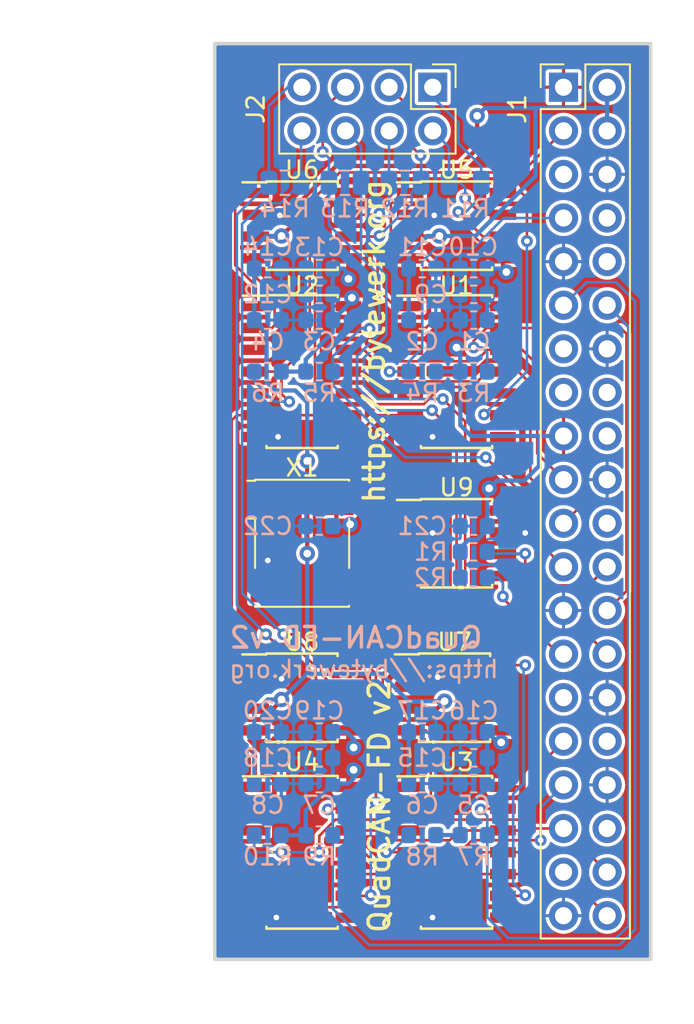
<source format=kicad_pcb>
(kicad_pcb (version 20240108) (generator "pcbnew") (generator_version "8.0")
  (layers (0 "F.Cu" signal) (31 "B.Cu" signal) (34 "B.Paste" user) (35 "F.Paste" user) (36 "B.SilkS" user "B.Silkscreen") (37 "F.SilkS" user "F.Silkscreen") (38 "B.Mask" user) (39 "F.Mask" user) (44 "Edge.Cuts" user))
  (net 0 "")
  (net 1 "GND")
  (net 2 "+3V3")
  (net 3 "+5V")
  (net 4 "MCP1_INT")
  (net 5 "SPI1_CS1")
  (net 6 "MCP3_INT")
  (net 7 "SPI1_CS0")
  (net 8 "SPI0_MOSI")
  (net 9 "SPI0_MISO")
  (net 10 "SPI0_SCK")
  (net 11 "SPI0_CS1")
  (net 12 "SPI0_CS0")
  (net 13 "MCP2_INT")
  (net 14 "MCP0_INT")
  (net 15 "SPI1_MISO")
  (net 16 "SPI1_MOSI")
  (net 17 "SPI1_SCK")
  (net 18 "CAN0_L")
  (net 19 "CAN1_L")
  (net 20 "CAN2_L")
  (net 21 "CAN3_L")
  (net 22 "CAN3_H")
  (net 23 "CAN2_H")
  (net 24 "CAN1_H")
  (net 25 "CAN0_H")
  (net 26 "Net-(U1-Pad1)")
  (net 27 "Net-(U1-Pad2)")
  (net 28 "CLK-20MHz")
  (net 29 "Net-(U2-Pad2)")
  (net 30 "Net-(U2-Pad1)")
  (net 31 "Net-(U3-Pad1)")
  (net 32 "Net-(U3-Pad2)")
  (net 33 "Net-(U4-Pad2)")
  (net 34 "Net-(U4-Pad1)")
  (net 35 "Net-(U1-Pad3)")
  (net 36 "Net-(U1-Pad5)")
  (net 37 "Net-(U1-Pad8)")
  (net 38 "Net-(U1-Pad9)")
  (net 39 "Net-(U2-Pad9)")
  (net 40 "Net-(U2-Pad8)")
  (net 41 "Net-(U2-Pad5)")
  (net 42 "Net-(U2-Pad3)")
  (net 43 "Net-(U3-Pad3)")
  (net 44 "Net-(U3-Pad5)")
  (net 45 "Net-(U3-Pad8)")
  (net 46 "Net-(U3-Pad9)")
  (net 47 "Net-(U4-Pad9)")
  (net 48 "Net-(U4-Pad8)")
  (net 49 "Net-(U4-Pad5)")
  (net 50 "Net-(U4-Pad3)")
  (net 51 "Net-(X1-Pad1)")
  (net 52 "Net-(J1-Pad5)")
  (net 53 "Net-(J1-Pad8)")
  (net 54 "Net-(J1-Pad10)")
  (net 55 "Net-(J1-Pad13)")
  (net 56 "Net-(J1-Pad15)")
  (net 57 "Net-(J1-Pad16)")
  (net 58 "Net-(J1-Pad22)")
  (net 59 "Net-(J1-Pad29)")
  (net 60 "Net-(J1-Pad32)")
  (net 61 "Net-(J1-Pad36)")
  (net 62 "Net-(J1-Pad37)")
  (net 63 "Net-(J1-Pad18)")
  (net 64 "ID_SD")
  (net 65 "ID_SC")
  (footprint "Connector_PinHeader_2.54mm:PinHeader_2x04_P2.54mm_Vertical" (layer "F.Cu") (at 93.98 25.4 -90)
    (property "Reference" "J2")
    (property "Value" "Conn_02x04_Odd_Even")
  )
  (footprint "Package_SO:SOIC-14_3.9x8.7mm_P1.27mm" (layer "F.Cu") (at 86.3675 41.965)
    (property "Reference" "U2")
    (property "Value" "MCP2517FD-xSL")
  )
  (footprint "Connector_PinHeader_2.54mm:PinHeader_2x20_P2.54mm_Vertical" (layer "F.Cu") (at 101.6 25.4)
    (property "Reference" "J1")
    (property "Value" "Raspberry_Pi_2_3")
  )
  (footprint "Package_SO:SOIC-14_3.9x8.7mm_P1.27mm" (layer "F.Cu") (at 95.3675 41.965)
    (property "Reference" "U1")
    (property "Value" "MCP2517FD-xSL")
  )
  (footprint "Package_SO:SOIC-14_3.9x8.7mm_P1.27mm" (layer "F.Cu") (at 95.3675 69.965)
    (property "Reference" "U3")
    (property "Value" "MCP2517FD-xSL")
  )
  (footprint "Package_SO:SOIC-14_3.9x8.7mm_P1.27mm" (layer "F.Cu") (at 86.3675 69.965)
    (property "Reference" "U4")
    (property "Value" "MCP2517FD-xSL")
  )
  (footprint "Package_SO:SOIC-8_3.9x4.9mm_P1.27mm" (layer "F.Cu") (at 95.3675 33.465)
    (property "Reference" "U5")
    (property "Value" "TJA1049T-3")
  )
  (footprint "Package_SO:SOIC-8_3.9x4.9mm_P1.27mm" (layer "F.Cu") (at 86.3675 33.465)
    (property "Reference" "U6")
    (property "Value" "TJA1049T-3")
  )
  (footprint "Package_SO:SOIC-8_3.9x4.9mm_P1.27mm" (layer "F.Cu") (at 95.25 60.96)
    (property "Reference" "U7")
    (property "Value" "TJA1049T-3")
  )
  (footprint "Package_SO:SOIC-8_3.9x4.9mm_P1.27mm" (layer "F.Cu") (at 86.36 60.965)
    (property "Reference" "U8")
    (property "Value" "TJA1049T-3")
  )
  (footprint "Oscillator:Oscillator_SMD_Abracon_ASV-4Pin_7.0x5.1mm" (layer "F.Cu") (at 86.3675 51.965 -90)
    (property "Reference" "X1")
    (property "Value" "ASV-20MHz")
  )
  (footprint "Package_SO:SOIC-8_3.9x4.9mm_P1.27mm" (layer "F.Cu") (at 95.3675 51.965)
    (property "Reference" "U9")
    (property "Value" "AT24CS32-SSHM")
  )
  (footprint "Capacitor_SMD:C_0603_1608Metric" (layer "B.Cu") (at 96.3675 38.965 180)
    (property "Reference" "C1")
    (property "Value" "1uF")
  )
  (footprint "Capacitor_SMD:C_0603_1608Metric" (layer "B.Cu") (at 93.3675 38.965)
    (property "Reference" "C2")
    (property "Value" "1uF")
  )
  (footprint "Capacitor_SMD:C_0603_1608Metric" (layer "B.Cu") (at 84.3675 38.965)
    (property "Reference" "C4")
    (property "Value" "1uF")
  )
  (footprint "Capacitor_SMD:C_0603_1608Metric" (layer "B.Cu") (at 96.3675 65.965 180)
    (property "Reference" "C5")
    (property "Value" "1uF")
  )
  (footprint "Capacitor_SMD:C_0603_1608Metric" (layer "B.Cu") (at 93.3675 65.965)
    (property "Reference" "C6")
    (property "Value" "1uF")
  )
  (footprint "Capacitor_SMD:C_0603_1608Metric" (layer "B.Cu") (at 87.3675 65.965 180)
    (property "Reference" "C7")
    (property "Value" "1uF")
  )
  (footprint "Capacitor_SMD:C_0603_1608Metric" (layer "B.Cu") (at 84.3675 65.965)
    (property "Reference" "C8")
    (property "Value" "1uF")
  )
  (footprint "Capacitor_SMD:C_0603_1608Metric" (layer "B.Cu") (at 96.3675 35.965 180)
    (property "Reference" "C10")
    (property "Value" "100nF")
  )
  (footprint "Capacitor_SMD:C_0603_1608Metric" (layer "B.Cu") (at 93.3675 35.965)
    (property "Reference" "C11")
    (property "Value" "100nF")
  )
  (footprint "Capacitor_SMD:C_0603_1608Metric" (layer "B.Cu") (at 87.3675 37.465 180)
    (property "Reference" "C12")
    (property "Value" "100nF")
  )
  (footprint "Capacitor_SMD:C_0603_1608Metric" (layer "B.Cu") (at 96.3675 64.465 180)
    (property "Reference" "C15")
    (property "Value" "100nF")
  )
  (footprint "Capacitor_SMD:C_0603_1608Metric" (layer "B.Cu") (at 96.3675 62.965 180)
    (property "Reference" "C16")
    (property "Value" "100nF")
  )
  (footprint "Capacitor_SMD:C_0603_1608Metric" (layer "B.Cu") (at 93.3675 62.965)
    (property "Reference" "C17")
    (property "Value" "100nF")
  )
  (footprint "Capacitor_SMD:C_0603_1608Metric" (layer "B.Cu") (at 87.3675 64.465 180)
    (property "Reference" "C18")
    (property "Value" "100nF")
  )
  (footprint "Capacitor_SMD:C_0603_1608Metric" (layer "B.Cu") (at 87.3675 62.965 180)
    (property "Reference" "C19")
    (property "Value" "100nF")
  )
  (footprint "Capacitor_SMD:C_0603_1608Metric" (layer "B.Cu") (at 84.3675 62.965)
    (property "Reference" "C20")
    (property "Value" "100nF")
  )
  (footprint "Resistor_SMD:R_0603_1608Metric" (layer "B.Cu") (at 96.3675 52.465)
    (property "Reference" "R1")
    (property "Value" "3K9")
  )
  (footprint "Resistor_SMD:R_0603_1608Metric" (layer "B.Cu") (at 96.3675 53.965)
    (property "Reference" "R2")
    (property "Value" "3K9")
  )
  (footprint "Resistor_SMD:R_0603_1608Metric" (layer "B.Cu") (at 93.3675 41.965 180)
    (property "Reference" "R4")
    (property "Value" "10K")
  )
  (footprint "Resistor_SMD:R_0603_1608Metric" (layer "B.Cu") (at 96.3675 41.965)
    (property "Reference" "R3")
    (property "Value" "10K")
  )
  (footprint "Capacitor_SMD:C_0603_1608Metric" (layer "B.Cu") (at 87.3675 38.965 180)
    (property "Reference" "C3")
    (property "Value" "1uF")
  )
  (footprint "Capacitor_SMD:C_0603_1608Metric" (layer "B.Cu") (at 84.3675 35.965)
    (property "Reference" "C14")
    (property "Value" "100nF")
  )
  (footprint "Resistor_SMD:R_0603_1608Metric" (layer "B.Cu") (at 84.3675 68.965 180)
    (property "Reference" "R10")
    (property "Value" "10K")
  )
  (footprint "Resistor_SMD:R_0603_1608Metric" (layer "B.Cu") (at 87.3675 68.965)
    (property "Reference" "R9")
    (property "Value" "10K")
  )
  (footprint "Resistor_SMD:R_0603_1608Metric" (layer "B.Cu") (at 93.3675 68.965 180)
    (property "Reference" "R8")
    (property "Value" "10K")
  )
  (footprint "Resistor_SMD:R_0603_1608Metric" (layer "B.Cu") (at 96.3675 68.965)
    (property "Reference" "R7")
    (property "Value" "10K")
  )
  (footprint "Resistor_SMD:R_0603_1608Metric" (layer "B.Cu") (at 84.3675 41.965 180)
    (property "Reference" "R6")
    (property "Value" "10K")
  )
  (footprint "Resistor_SMD:R_0603_1608Metric" (layer "B.Cu") (at 87.3675 41.965)
    (property "Reference" "R5")
    (property "Value" "10K")
  )
  (footprint "Capacitor_SMD:C_0805_2012Metric" (layer "B.Cu") (at 85.3675 30.965 180)
    (property "Reference" "R14")
    (property "Value" "dnp")
  )
  (footprint "Capacitor_SMD:C_0805_2012Metric" (layer "B.Cu") (at 95.8675 30.965)
    (property "Reference" "R11")
    (property "Value" "dnp")
  )
  (footprint "Capacitor_SMD:C_0805_2012Metric" (layer "B.Cu") (at 88.8675 30.965 180)
    (property "Reference" "R13")
    (property "Value" "dnp")
  )
  (footprint "Capacitor_SMD:C_0805_2012Metric" (layer "B.Cu") (at 92.3675 30.965)
    (property "Reference" "R12")
    (property "Value" "dnp")
  )
  (footprint "Capacitor_SMD:C_0603_1608Metric" (layer "B.Cu") (at 87.3675 50.965 180)
    (property "Reference" "C22")
    (property "Value" "100nF")
  )
  (footprint "Capacitor_SMD:C_0603_1608Metric" (layer "B.Cu") (at 96.3675 37.465 180)
    (property "Reference" "C9")
    (property "Value" "100nF")
  )
  (footprint "Capacitor_SMD:C_0603_1608Metric" (layer "B.Cu") (at 96.3675 50.965 180)
    (property "Reference" "C21")
    (property "Value" "100nF")
  )
  (footprint "Capacitor_SMD:C_0603_1608Metric" (layer "B.Cu") (at 87.3675 35.965 180)
    (property "Reference" "C13")
    (property "Value" "100nF")
  )
  (gr_line (start 106.68 22.86) (end 106.68 76.2) (stroke (width 0.2)) (layer "Edge.Cuts"))
  (gr_line (start 106.68 76.2) (end 81.28 76.2) (stroke (width 0.2)) (layer "Edge.Cuts"))
  (gr_line (start 81.28 22.86) (end 106.68 22.86) (stroke (width 0.2)) (layer "Edge.Cuts"))
  (gr_line (start 81.28 76.2) (end 81.28 22.86) (stroke (width 0.2)) (layer "Edge.Cuts"))
  (gr_text "https://bytewerk.org" (at 82.0325 59.301 0) (layer "B.SilkS") (effects (font (size 1 1)) (justify right mirror)))
  (gr_text "QuadCAN-FD v2" (at 82.0325 57.465 0) (layer "B.SilkS") (effects (font (size 1.2 1.2) (thickness 0.2)) (justify right mirror)))
  (gr_text "QuadCAN-FD v2" (at 90.8675 74.765 90) (layer "F.SilkS") (effects (font (size 1.2 1.2) (thickness 0.2)) (justify left)))
  (gr_text " https://bytewerk.org" (at 90.5675 30.665 90) (layer "F.SilkS") (effects (font (size 1.2 1.2) (thickness 0.2)) (justify right)))
  (segment (start 94.0325 32.83) (end 94.0675 32.865) (width 0.1524) (layer "F.Cu") (net 1))
  (segment (start 92.6675 45.775) (end 93.9575 45.775) (width 0.1524) (layer "F.Cu") (net 1))
  (segment (start 93.9325 51.33) (end 93.9675 51.365) (width 0.1524) (layer "F.Cu") (net 1))
  (segment (start 92.6675 32.83) (end 94.0325 32.83) (width 0.1524) (layer "F.Cu") (net 1))
  (segment (start 93.957506 73.775) (end 93.9675 73.765006) (width 0.1524) (layer "F.Cu") (net 1))
  (segment (start 93.9575 45.775) (end 93.9675 45.765) (width 0.1524) (layer "F.Cu") (net 1))
  (segment (start 92.6675 53.87) (end 92.6675 52.6) (width 0.1524) (layer "F.Cu") (net 1))
  (segment (start 92.6675 51.33) (end 93.9325 51.33) (width 0.1524) (layer "F.Cu") (net 1))
  (segment (start 99.3325 51.33) (end 99.3675 51.365) (width 0.1524) (layer "F.Cu") (net 1))
  (segment (start 84.7025 60.33) (end 85.1675 59.865) (width 0.1524) (layer "F.Cu") (net 1))
  (segment (start 92.55 60.325) (end 93.7075 60.325) (width 0.1524) (layer "F.Cu") (net 1))
  (segment (start 85.0325 32.83) (end 85.0675 32.865) (width 0.1524) (layer "F.Cu") (net 1))
  (segment (start 92.6675 52.6) (end 92.6675 51.33) (width 0.1524) (layer "F.Cu") (net 1))
  (segment (start 98.0675 51.33) (end 99.3325 51.33) (width 0.1524) (layer "F.Cu") (net 1))
  (segment (start 92.6675 51.33) (end 92.6675 50.06) (width 0.1524) (layer "F.Cu") (net 1))
  (segment (start 84.9575 45.775) (end 84.9675 45.765) (width 0.1524) (layer "F.Cu") (net 1))
  (segment (start 92.6675 73.775) (end 93.957506 73.775) (width 0.1524) (layer "F.Cu") (net 1))
  (segment (start 83.6675 32.83) (end 85.0325 32.83) (width 0.1524) (layer "F.Cu") (net 1))
  (segment (start 84.3675 54.505) (end 84.3675 52.965) (width 0.1524) (layer "F.Cu") (net 1))
  (segment (start 83.6675 45.775) (end 84.9575 45.775) (width 0.1524) (layer "F.Cu") (net 1))
  (segment (start 84.857488 73.775) (end 84.8675 73.764988) (width 0.1524) (layer "F.Cu") (net 1))
  (segment (start 83.6675 73.775) (end 84.857488 73.775) (width 0.1524) (layer "F.Cu") (net 1))
  (segment (start 83.66 60.33) (end 84.7025 60.33) (width 0.1524) (layer "F.Cu") (net 1))
  (segment (start 93.7075 60.325) (end 94.2675 59.765) (width 0.1524) (layer "F.Cu") (net 1))
  (via (at 93.9675 51.365) (size 0.6858) (drill 0.3302) (layers "F.Cu" "B.Cu") (net 1))
  (via (at 84.3675 52.965) (size 0.6858) (drill 0.3302) (layers "F.Cu" "B.Cu") (net 1))
  (via (at 94.0675 32.865) (size 0.6858) (drill 0.3302) (layers "F.Cu" "B.Cu") (net 1))
  (via (at 94.2675 59.765) (size 0.6858) (drill 0.3302) (layers "F.Cu" "B.Cu") (net 1))
  (via (at 84.9675 45.765) (size 0.6858) (drill 0.3302) (layers "F.Cu" "B.Cu") (net 1))
  (via (at 85.0675 32.865) (size 0.6858) (drill 0.3302) (layers "F.Cu" "B.Cu") (net 1))
  (via (at 84.8675 73.764988) (size 0.6858) (drill 0.3302) (layers "F.Cu" "B.Cu") (net 1))
  (via (at 99.3675 51.365) (size 0.6858) (drill 0.3302) (layers "F.Cu" "B.Cu") (net 1))
  (via (at 93.9675 45.765) (size 0.6858) (drill 0.3302) (layers "F.Cu" "B.Cu") (net 1))
  (via (at 93.9675 73.765006) (size 0.6858) (drill 0.3302) (layers "F.Cu" "B.Cu") (net 1))
  (via (at 85.1675 59.865) (size 0.6858) (drill 0.3302) (layers "F.Cu" "B.Cu") (net 1))
  (segment (start 95.58 64.465) (end 95.58 62.965) (width 0.1524) (layer "B.Cu") (net 1))
  (segment (start 86.58 62.965) (end 86.58 64.465) (width 0.1524) (layer "B.Cu") (net 1))
  (segment (start 95.58 35.965) (end 94.155 35.965) (width 0.1524) (layer "B.Cu") (net 1))
  (segment (start 86.58 64.465) (end 86.58 65.965) (width 0.1524) (layer "B.Cu") (net 1))
  (segment (start 85.155 62.965) (end 86.58 62.965) (width 0.1524) (layer "B.Cu") (net 1))
  (segment (start 95.58 38.965) (end 95.58 37.465) (width 0.1524) (layer "B.Cu") (net 1))
  (segment (start 95.58 62.965) (end 94.155 62.965) (width 0.1524) (layer "B.Cu") (net 1))
  (segment (start 94.155 65.965) (end 95.58 65.965) (width 0.1524) (layer "B.Cu") (net 1))
  (segment (start 86.58 38.965) (end 85.155 38.965) (width 0.1524) (layer "B.Cu") (net 1))
  (segment (start 86.58 37.465) (end 86.58 38.965) (width 0.1524) (layer "B.Cu") (net 1))
  (segment (start 86.58 65.965) (end 85.155 65.965) (width 0.1524) (layer "B.Cu") (net 1))
  (segment (start 95.58 38.965) (end 94.155 38.965) (width 0.1524) (layer "B.Cu") (net 1))
  (segment (start 95.58 37.465) (end 95.58 35.965) (width 0.1524) (layer "B.Cu") (net 1))
  (segment (start 86.58 35.965) (end 86.58 37.465) (width 0.1524) (layer "B.Cu") (net 1))
  (segment (start 86.58 35.965) (end 85.155 35.965) (width 0.1524) (layer "B.Cu") (net 1))
  (segment (start 95.58 65.965) (end 95.58 64.465) (width 0.1524) (layer "B.Cu") (net 1))
  (segment (start 98.0675 50.06) (end 98.0675 49.51) (width 0.25) (layer "F.Cu") (net 2))
  (segment (start 89.0675 66.155) (end 89.0675 65.465) (width 0.25) (layer "F.Cu") (net 2))
  (segment (start 89.0775 38.155) (end 89.2675 37.965) (width 0.25) (layer "F.Cu") (net 2))
  (segment (start 98.0675 49.51) (end 97.3225 48.765) (width 0.25) (layer "F.Cu") (net 2))
  (segment (start 89.0675 35.37) (end 89.0675 36.565) (width 0.25) (layer "F.Cu") (net 2))
  (segment (start 89.2675 37.965) (end 89.2675 37.665) (width 0.25) (layer "F.Cu") (net 2))
  (segment (start 97.3225 48.765) (end 97.2675 48.765) (width 0.25) (layer "F.Cu") (net 2))
  (segment (start 89.0675 38.155) (end 89.0775 38.155) (width 0.25) (layer "F.Cu") (net 2))
  (segment (start 88.6575 50.865) (end 89.1675 50.865) (width 0.25) (layer "F.Cu") (net 2))
  (segment (start 98.0675 35.965) (end 98.2675 36.165) (width 0.25) (layer "F.Cu") (net 2))
  (segment (start 97.95 63.5475) (end 97.9675 63.565) (width 0.25) (layer "F.Cu") (net 2))
  (segment (start 98.0675 35.37) (end 98.0675 35.965) (width 0.25) (layer "F.Cu") (net 2))
  (segment (start 89.0675 65.465) (end 89.3675 65.165) (width 0.25) (layer "F.Cu") (net 2))
  (segment (start 88.3675 50.575) (end 88.6575 50.865) (width 0.25) (layer "F.Cu") (net 2))
  (segment (start 97.95 62.865) (end 97.95 63.5475) (width 0.25) (layer "F.Cu") (net 2))
  (segment (start 88.3675 49.425) (end 88.3675 50.575) (width 0.25) (layer "F.Cu") (net 2))
  (segment (start 89.06 62.87) (end 89.06 63.5575) (width 0.25) (layer "F.Cu") (net 2))
  (segment (start 89.06 63.5575) (end 89.3675 63.865) (width 0.25) (layer "F.Cu") (net 2))
  (via (at 89.0675 36.565) (size 0.9) (drill 0.45) (layers "F.Cu" "B.Cu") (net 2))
  (via (at 89.3675 63.865) (size 0.9) (drill 0.45) (layers "F.Cu" "B.Cu") (net 2))
  (via (at 89.1675 50.865) (size 0.9) (drill 0.45) (layers "F.Cu" "B.Cu") (net 2))
  (via (at 95.3675 40.565) (size 0.9) (drill 0.45) (layers "F.Cu" "B.Cu") (net 2))
  (via (at 97.9675 63.565) (size 0.9) (drill 0.45) (layers "F.Cu" "B.Cu") (net 2))
  (via (at 89.3675 65.165) (size 0.9) (drill 0.45) (layers "F.Cu" "B.Cu") (net 2))
  (via (at 98.2675 36.165) (size 0.9) (drill 0.45) (layers "F.Cu" "B.Cu") (net 2))
  (via (at 89.2675 37.665) (size 0.9) (drill 0.45) (layers "F.Cu" "B.Cu") (net 2))
  (via (at 97.2675 48.765) (size 0.9) (drill 0.45) (layers "F.Cu" "B.Cu") (net 2))
  (segment (start 100.1675 47.465) (end 100.1675 45.72) (width 0.25) (layer "B.Cu") (net 2))
  (segment (start 89.0675 65.965) (end 89.3675 65.665) (width 0.25) (layer "B.Cu") (net 2))
  (segment (start 95.58 52.2525) (end 95.58 52.465) (width 0.25) (layer "B.Cu") (net 2))
  (segment (start 88.155 38.965) (end 88.155 37.465) (width 0.25) (layer "B.Cu") (net 2))
  (segment (start 88.9675 62.965) (end 89.3675 63.365) (width 0.25) (layer "B.Cu") (net 2))
  (segment (start 95.587795 42.547795) (end 95.58 42.54) (width 0.25) (layer "B.Cu") (net 2))
  (segment (start 88.155 38.965) (end 88.155 39.6775) (width 0.25) (layer "B.Cu") (net 2))
  (segment (start 95.58 68.965) (end 95.58 67.7525) (width 0.25) (layer "B.Cu") (net 2))
  (segment (start 95.58 52.465) (end 95.58 53.965) (width 0.25) (layer "B.Cu") (net 2))
  (segment (start 97.155 51.1775) (end 96.58 51.7525) (width 0.25) (layer "B.Cu") (net 2))
  (segment (start 89.3675 65.665) (end 89.3675 65.165) (width 0.25) (layer "B.Cu") (net 2))
  (segment (start 86.58 41.2525) (end 86.58 41.965) (width 0.25) (layer "B.Cu") (net 2))
  (segment (start 95.58 68.965) (end 94.155 68.965) (width 0.25) (layer "B.Cu") (net 2))
  (segment (start 97.155 62.965) (end 97.755 63.565) (width 0.25) (layer "B.Cu") (net 2))
  (segment (start 95.587795 45.085295) (end 95.587795 42.547795) (width 0.25) (layer "B.Cu") (net 2))
  (segment (start 95.58 42.54) (end 95.58 41.965) (width 0.25) (layer "B.Cu") (net 2))
  (segment (start 89.0675 36.265) (end 89.0675 36.565) (width 0.25) (layer "B.Cu") (net 2))
  (segment (start 95.58 67.7525) (end 97.155 66.1775) (width 0.25) (layer "B.Cu") (net 2))
  (segment (start 86.58 67.54) (end 88.155 65.965) (width 0.25) (layer "B.Cu") (net 2))
  (segment (start 96.2225 45.72) (end 95.587795 45.085295) (width 0.25) (layer "B.Cu") (net 2))
  (segment (start 85.155 41.965) (end 86.58 41.965) (width 0.25) (layer "B.Cu") (net 2))
  (segment (start 101.6 45.72) (end 101.6 46.0325) (width 0.25) (layer "B.Cu") (net 2))
  (segment (start 95.58 41.965) (end 94.155 41.965) (width 0.25) (layer "B.Cu") (net 2))
  (segment (start 96.58 51.7525) (end 96.08 51.7525) (width 0.25) (layer "B.Cu") (net 2))
  (segment (start 89.2675 37.8525) (end 89.2675 37.665) (width 0.25) (layer "B.Cu") (net 2))
  (segment (start 97.155 62.965) (end 97.155 64.465) (width 0.25) (layer "B.Cu") (net 2))
  (segment (start 96.08 51.7525) (end 95.58 52.2525) (width 0.25) (layer "B.Cu") (net 2))
  (segment (start 100.1675 45.72) (end 96.2225 45.72) (width 0.25) (layer "B.Cu") (net 2))
  (segment (start 97.155 64.465) (end 97.155 65.965) (width 0.25) (layer "B.Cu") (net 2))
  (segment (start 88.155 38.965) (end 89.2675 37.8525) (width 0.25) (layer "B.Cu") (net 2))
  (segment (start 100.1675 47.465) (end 99.317499 48.315001) (width 0.25) (layer "B.Cu") (net 2))
  (segment (start 88.155 37.465) (end 88.155 35.965) (width 0.25) (layer "B.Cu") (net 2))
  (segment (start 97.755 63.565) (end 97.9675 63.565) (width 0.25) (layer "B.Cu") (net 2))
  (segment (start 97.155 50.965) (end 97.155 51.1775) (width 0.25) (layer "B.Cu") (net 2))
  (segment (start 86.58 68.965) (end 86.58 67.54) (width 0.25) (layer "B.Cu") (net 2))
  (segment (start 88.155 50.965) (end 89.0675 50.965) (width 0.25) (layer "B.Cu") (net 2))
  (segment (start 97.717499 48.315001) (end 97.2675 48.765) (width 0.25) (layer "B.Cu") (net 2))
  (segment (start 98.0675 35.965) (end 98.2675 36.165) (width 0.25) (layer "B.Cu") (net 2))
  (segment (start 97.155 35.965) (end 97.155 37.465) (width 0.25) (layer "B.Cu") (net 2))
  (segment (start 97.155 37.465) (end 97.155 38.965) (width 0.25) (layer "B.Cu") (net 2))
  (segment (start 88.7675 35.965) (end 89.0675 36.265) (width 0.25) (layer "B.Cu") (net 2))
  (segment (start 101.6 45.72) (end 100.1675 45.72) (width 0.25) (layer "B.Cu") (net 2))
  (segment (start 97.155 48.8775) (end 97.2675 48.765) (width 0.25) (layer "B.Cu") (net 2))
  (segment (start 97.155 50.965) (end 97.155 48.8775) (width 0.25) (layer "B.Cu") (net 2))
  (segment (start 88.155 64.465) (end 88.155 62.965) (width 0.25) (layer "B.Cu") (net 2))
  (segment (start 95.58 41.965) (end 95.58 40.7775) (width 0.25) (layer "B.Cu") (net 2))
  (segment (start 88.155 62.965) (end 88.9675 62.965) (width 0.25) (layer "B.Cu") (net 2))
  (segment (start 86.58 68.965) (end 85.155 68.965) (width 0.25) (layer "B.Cu") (net 2))
  (segment (start 88.155 35.965) (end 88.7675 35.965) (width 0.25) (layer "B.Cu") (net 2))
  (segment (start 95.58 40.7775) (end 95.3675 40.565) (width 0.25) (layer "B.Cu") (net 2))
  (segment (start 88.155 39.6775) (end 86.58 41.2525) (width 0.25) (layer "B.Cu") (net 2))
  (segment (start 97.155 35.965) (end 98.0675 35.965) (width 0.25) (layer "B.Cu") (net 2))
  (segment (start 88.155 65.965) (end 88.155 64.465) (width 0.25) (layer "B.Cu") (net 2))
  (segment (start 89.3675 63.365) (end 89.3675 63.865) (width 0.25) (layer "B.Cu") (net 2))
  (segment (start 88.155 65.965) (end 89.0675 65.965) (width 0.25) (layer "B.Cu") (net 2))
  (segment (start 97.155 66.1775) (end 97.155 65.965) (width 0.25) (layer "B.Cu") (net 2))
  (segment (start 99.317499 48.315001) (end 97.717499 48.315001) (width 0.25) (layer "B.Cu") (net 2))
  (segment (start 89.0675 50.965) (end 89.1675 50.865) (width 0.25) (layer "B.Cu") (net 2))
  (segment (start 83.66 61.6) (end 84.685 61.6) (width 0.25) (layer "F.Cu") (net 3))
  (segment (start 95.547199 29.985301) (end 96.5675 28.965) (width 0.25) (layer "F.Cu") (net 3))
  (segment (start 86.6675 52.564998) (end 86.667498 52.565) (width 0.25) (layer "F.Cu") (net 3))
  (segment (start 94.3325 34.1) (end 94.3675 34.065) (width 0.25) (layer "F.Cu") (net 3))
  (segment (start 85.687801 32.644699) (end 88.347199 29.985301) (width 0.25) (layer "F.Cu") (net 3))
  (segment (start 85.1675 61.1175) (end 85.1675 61.065) (width 0.25) (layer "F.Cu") (net 3))
  (segment (start 96.5675 28.965) (end 96.5675 27.065) (width 0.25) (layer "F.Cu") (net 3))
  (segment (start 83.6675 34.1) (end 85.1325 34.1) (width 0.25) (layer "F.Cu") (net 3))
  (segment (start 85.1675 34.065) (end 85.687801 33.544699) (width 0.25) (layer "F.Cu") (net 3))
  (segment (start 92.6675 34.1) (end 94.3325 34.1) (width 0.25) (layer "F.Cu") (net 3))
  (segment (start 85.687801 33.544699) (end 85.687801 32.644699) (width 0.25) (layer "F.Cu") (net 3))
  (segment (start 85.1325 34.1) (end 85.1675 34.065) (width 0.25) (layer "F.Cu") (net 3))
  (segment (start 92.55 61.595) (end 94.2375 61.595) (width 0.25) (layer "F.Cu") (net 3))
  (segment (start 88.347199 29.985301) (end 95.547199 29.985301) (width 0.25) (layer "F.Cu") (net 3))
  (segment (start 86.6675 47.165) (end 86.6675 52.564998) (width 0.25) (layer "F.Cu") (net 3))
  (segment (start 94.2375 61.595) (end 94.6675 61.165) (width 0.25) (layer "F.Cu") (net 3))
  (segment (start 84.685 61.6) (end 85.1675 61.1175) (width 0.25) (layer "F.Cu") (net 3))
  (via (at 94.6675 61.165) (size 0.9) (drill 0.45) (layers "F.Cu" "B.Cu") (net 3))
  (via (at 86.6675 47.165) (size 0.9) (drill 0.45) (layers "F.Cu" "B.Cu") (net 3))
  (via (at 96.5675 27.065) (size 0.9) (drill 0.45) (layers "F.Cu" "B.Cu") (net 3))
  (via (at 94.3675 34.065) (size 0.9) (drill 0.45) (layers "F.Cu" "B.Cu") (net 3))
  (via (at 85.1675 34.065) (size 0.9) (drill 0.45) (layers "F.Cu" "B.Cu") (net 3))
  (via (at 85.1675 61.065) (size 0.9) (drill 0.45) (layers "F.Cu" "B.Cu") (net 3))
  (via (at 86.667498 52.565) (size 0.9) (drill 0.45) (layers "F.Cu" "B.Cu") (net 3))
  (segment (start 83.58 35.965) (end 83.58 38.965) (width 0.25) (layer "B.Cu") (net 3))
  (segment (start 90.9675 59.565) (end 92.5675 61.165) (width 0.25) (layer "B.Cu") (net 3))
  (segment (start 86.667498 59.564998) (end 86.667498 52.565) (width 0.25) (layer "B.Cu") (net 3))
  (segment (start 83.58 38.965) (end 84.29491 39.67991) (width 0.25) (layer "B.Cu") (net 3))
  (segment (start 94.3675 34.065) (end 96.4675 34.065) (width 0.25) (layer "B.Cu") (net 3))
  (segment (start 92.5675 61.165) (end 92.58 61.165) (width 0.25) (layer "B.Cu") (net 3))
  (segment (start 83.58 34.7525) (end 83.58 35.965) (width 0.25) (layer "B.Cu") (net 3))
  (segment (start 86.6675 43.765) (end 86.6675 47.165) (width 0.25) (layer "B.Cu") (net 3))
  (segment (start 85.1675 34.065) (end 84.2675 34.065) (width 0.25) (layer "B.Cu") (net 3))
  (segment (start 104.14 27.94) (end 104.14 26.565) (width 0.25) (layer "B.Cu") (net 3))
  (segment (start 100.2675 26.615001) (end 104.089999 26.615001) (width 0.25) (layer "B.Cu") (net 3))
  (segment (start 97.017499 26.615001) (end 100.2675 26.615001) (width 0.25) (layer "B.Cu") (net 3))
  (segment (start 92.58 61.165) (end 94.6675 61.165) (width 0.25) (layer "B.Cu") (net 3))
  (segment (start 94.3675 34.065) (end 93.6675 34.065) (width 0.25) (layer "B.Cu") (net 3))
  (segment (start 86.6675 59.565) (end 85.1675 61.065) (width 0.25) (layer "B.Cu") (net 3))
  (segment (start 84.2675 34.065) (end 83.58 34.7525) (width 0.25) (layer "B.Cu") (net 3))
  (segment (start 84.29491 42.565) (end 84.79491 43.065) (width 0.25) (layer "B.Cu") (net 3))
  (segment (start 92.58 62.965) (end 92.58 61.165) (width 0.25) (layer "B.Cu") (net 3))
  (segment (start 92.58 65.965) (end 92.58 62.965) (width 0.25) (layer "B.Cu") (net 3))
  (segment (start 99.9675 30.565) (end 99.9675 26.615001) (width 0.25) (layer "B.Cu") (net 3))
  (segment (start 92.58 38.965) (end 92.58 35.965) (width 0.25) (layer "B.Cu") (net 3))
  (segment (start 86.6675 59.565) (end 90.9675 59.565) (width 0.25) (layer "B.Cu") (net 3))
  (segment (start 83.58 62.965) (end 83.58 61.8525) (width 0.25) (layer "B.Cu") (net 3))
  (segment (start 104.14 26.565) (end 104.14 25.4) (width 0.25) (layer "B.Cu") (net 3))
  (segment (start 86.6675 59.565) (end 86.667498 59.564998) (width 0.25) (layer "B.Cu") (net 3))
  (segment (start 99.9675 26.615001) (end 100.2675 26.615001) (width 0.25) (layer "B.Cu") (net 3))
  (segment (start 85.9675 43.065) (end 86.6675 43.765) (width 0.25) (layer "B.Cu") (net 3))
  (segment (start 84.29491 39.67991) (end 84.29491 42.565) (width 0.25) (layer "B.Cu") (net 3))
  (segment (start 93.6675 34.065) (end 92.58 35.1525) (width 0.25) (layer "B.Cu") (net 3))
  (segment (start 104.089999 26.615001) (end 104.14 26.565) (width 0.25) (layer "B.Cu") (net 3))
  (segment (start 84.3675 61.065) (end 85.1675 61.065) (width 0.25) (layer "B.Cu") (net 3))
  (segment (start 84.79491 43.065) (end 85.9675 43.065) (width 0.25) (layer "B.Cu") (net 3))
  (segment (start 83.58 65.965) (end 83.58 62.965) (width 0.25) (layer "B.Cu") (net 3))
  (segment (start 96.5675 27.065) (end 97.017499 26.615001) (width 0.25) (layer "B.Cu") (net 3))
  (segment (start 96.4675 34.065) (end 99.9675 30.565) (width 0.25) (layer "B.Cu") (net 3))
  (segment (start 83.58 61.8525) (end 84.3675 61.065) (width 0.25) (layer "B.Cu") (net 3))
  (segment (start 92.58 35.1525) (end 92.58 35.965) (width 0.25) (layer "B.Cu") (net 3))
  (segment (start 88.5675 30.365) (end 99.175 30.365) (width 0.1524) (layer "F.Cu") (net 4))
  (segment (start 85.1675 43.265) (end 85.274601 43.372101) (width 0.1524) (layer "F.Cu") (net 4))
  (segment (start 86.812689 32.119811) (end 88.5675 30.365) (width 0.1524) (layer "F.Cu") (net 4))
  (segment (start 85.274601 43.372101) (end 85.6175 43.715) (width 0.1524) (layer "F.Cu") (net 4))
  (segment (start 85.1675 41.965) (end 86.812689 40.319811) (width 0.1524) (layer "F.Cu") (net 4))
  (segment (start 86.812689 40.319811) (end 86.812689 32.119811) (width 0.1524) (layer "F.Cu") (net 4))
  (segment (start 85.1675 41.965) (end 85.1675 43.265) (width 0.1524) (layer "F.Cu") (net 4))
  (segment (start 83.6675 41.965) (end 85.1675 41.965) (width 0.1524) (layer "F.Cu") (net 4))
  (segment (start 100.750001 28.789999) (end 101.6 27.94) (width 0.1524) (layer "F.Cu") (net 4))
  (segment (start 99.175 30.365) (end 100.750001 28.789999) (width 0.1524) (layer "F.Cu") (net 4))
  (via (at 85.6175 43.715) (size 0.6858) (drill 0.3302) (layers "F.Cu" "B.Cu") (net 4))
  (segment (start 83.58 42.54) (end 84.755 43.715) (width 0.1524) (layer "B.Cu") (net 4))
  (segment (start 84.755 43.715) (end 85.132567 43.715) (width 0.1524) (layer "B.Cu") (net 4))
  (segment (start 85.132567 43.715) (end 85.6175 43.715) (width 0.1524) (layer "B.Cu") (net 4))
  (segment (start 83.58 41.965) (end 83.58 42.54) (width 0.1524) (layer "B.Cu") (net 4))
  (segment (start 89.0675 67.425) (end 87.9075 67.425) (width 0.1524) (layer "F.Cu") (net 5))
  (segment (start 87.9075 67.425) (end 87.8675 67.465) (width 0.1524) (layer "F.Cu") (net 5))
  (via (at 87.8675 67.465) (size 0.6858) (drill 0.3302) (layers "F.Cu" "B.Cu") (net 5))
  (segment (start 105.7675 74.465) (end 105.7675 37.865) (width 0.1524) (layer "B.Cu") (net 5))
  (segment (start 102.449999 37.250001) (end 101.6 38.1) (width 0.1524) (layer "B.Cu") (net 5))
  (segment (start 105.7675 37.865) (end 104.6675 36.765) (width 0.1524) (layer "B.Cu") (net 5))
  (segment (start 88.155 68.965) (end 88.155 67.7525) (width 0.1524) (layer "B.Cu") (net 5))
  (segment (start 104.8675 75.365) (end 105.7675 74.465) (width 0.1524) (layer "B.Cu") (net 5))
  (segment (start 102.935 36.765) (end 102.449999 37.250001) (width 0.1524) (layer "B.Cu") (net 5))
  (segment (start 88.155 68.965) (end 88.155 73.2525) (width 0.1524) (layer "B.Cu") (net 5))
  (segment (start 88.155 67.7525) (end 87.8675 67.465) (width 0.1524) (layer "B.Cu") (net 5))
  (segment (start 104.6675 36.765) (end 102.935 36.765) (width 0.1524) (layer "B.Cu") (net 5))
  (segment (start 88.155 73.2525) (end 90.2675 75.365) (width 0.1524) (layer "B.Cu") (net 5))
  (segment (start 90.2675 75.365) (end 104.8675 75.365) (width 0.1524) (layer "B.Cu") (net 5))
  (segment (start 83.6675 69.965) (end 85.0675 69.965) (width 0.1524) (layer "F.Cu") (net 6))
  (segment (start 88.313324 68.065) (end 99.0675 68.065) (width 0.1524) (layer "F.Cu") (net 6))
  (segment (start 99.6675 67.465) (end 99.6675 65.4325) (width 0.1524) (layer "F.Cu") (net 6))
  (segment (start 83.6675 69.965) (end 85.1675 69.965) (width 0.1524) (layer "F.Cu") (net 6))
  (segment (start 100.750001 64.349999) (end 101.6 63.5) (width 0.1524) (layer "F.Cu") (net 6))
  (segment (start 99.6675 65.4325) (end 100.750001 64.349999) (width 0.1524) (layer "F.Cu") (net 6))
  (segment (start 87.3675 69.010824) (end 88.313324 68.065) (width 0.1524) (layer "F.Cu") (net 6))
  (segment (start 99.0675 68.065) (end 99.6675 67.465) (width 0.1524) (layer "F.Cu") (net 6))
  (segment (start 87.3675 69.965) (end 87.3675 69.010824) (width 0.1524) (layer "F.Cu") (net 6))
  (segment (start 85.0675 69.965) (end 84.9675 69.965) (width 0.1524) (layer "F.Cu") (net 6))
  (segment (start 85.0675 69.965) (end 85.1675 69.965) (width 0.1524) (layer "F.Cu") (net 6))
  (via (at 85.1675 69.965) (size 0.6858) (drill 0.3302) (layers "F.Cu" "B.Cu") (net 6))
  (via (at 87.3675 69.965) (size 0.6858) (drill 0.3302) (layers "F.Cu" "B.Cu") (net 6))
  (segment (start 85.1675 69.965) (end 83.7675 69.965) (width 0.1524) (layer "B.Cu") (net 6))
  (segment (start 83.58 69.7775) (end 83.58 68.965) (width 0.1524) (layer "B.Cu") (net 6))
  (segment (start 85.1675 69.965) (end 87.3675 69.965) (width 0.1524) (layer "B.Cu") (net 6))
  (segment (start 83.7675 69.965) (end 83.58 69.7775) (width 0.1524) (layer "B.Cu") (net 6))
  (segment (start 96.8075 67.425) (end 96.7675 67.465) (width 0.1524) (layer "F.Cu") (net 7))
  (segment (start 98.0675 67.425) (end 96.8075 67.425) (width 0.1524) (layer "F.Cu") (net 7))
  (via (at 96.7675 67.465) (size 0.6858) (drill 0.3302) (layers "F.Cu" "B.Cu") (net 7))
  (segment (start 104.14 38.1) (end 105.3675 39.3275) (width 0.1524) (layer "B.Cu") (net 7))
  (segment (start 104.6675 74.965) (end 98.3675 74.965) (width 0.1524) (layer "B.Cu") (net 7))
  (segment (start 105.3675 39.3275) (end 105.3675 74.265) (width 0.1524) (layer "B.Cu") (net 7))
  (segment (start 97.155 67.8525) (end 96.7675 67.465) (width 0.1524) (layer "B.Cu") (net 7))
  (segment (start 97.155 73.7525) (end 97.155 68.965) (width 0.1524) (layer "B.Cu") (net 7))
  (segment (start 105.3675 74.265) (end 104.6675 74.965) (width 0.1524) (layer "B.Cu") (net 7))
  (segment (start 97.155 68.965) (end 97.155 67.8525) (width 0.1524) (layer "B.Cu") (net 7))
  (segment (start 98.3675 74.965) (end 97.155 73.7525) (width 0.1524) (layer "B.Cu") (net 7))
  (segment (start 89.9699 41.965) (end 90.541402 42.536502) (width 0.1524) (layer "F.Cu") (net 8))
  (segment (start 89.0675 41.965) (end 89.9699 41.965) (width 0.1524) (layer "F.Cu") (net 8))
  (segment (start 100.750001 47.410001) (end 101.6 48.26) (width 0.1524) (layer "F.Cu") (net 8))
  (segment (start 98.9699 41.965) (end 100.0675 43.0626) (width 0.1524) (layer "F.Cu") (net 8))
  (segment (start 96.593598 42.536502) (end 97.1651 41.965) (width 0.1524) (layer "F.Cu") (net 8))
  (segment (start 100.0675 43.0626) (end 100.0675 46.7275) (width 0.1524) (layer "F.Cu") (net 8))
  (segment (start 90.541402 42.536502) (end 96.593598 42.536502) (width 0.1524) (layer "F.Cu") (net 8))
  (segment (start 97.1651 41.965) (end 98.0675 41.965) (width 0.1524) (layer "F.Cu") (net 8))
  (segment (start 100.0675 46.7275) (end 100.750001 47.410001) (width 0.1524) (layer "F.Cu") (net 8))
  (segment (start 98.0675 41.965) (end 98.9699 41.965) (width 0.1524) (layer "F.Cu") (net 8))
  (segment (start 102.8675 42.465) (end 102.8675 49.5325) (width 0.1524) (layer "F.Cu") (net 9))
  (segment (start 90.6399 41.365) (end 96.4951 41.365) (width 0.1524) (layer "F.Cu") (net 9))
  (segment (start 102.449999 49.950001) (end 101.6 50.8) (width 0.1524) (layer "F.Cu") (net 9))
  (segment (start 102.3675 41.965) (end 102.8675 42.465) (width 0.1524) (layer "F.Cu") (net 9))
  (segment (start 99.1975 40.695) (end 100.4675 41.965) (width 0.1524) (layer "F.Cu") (net 9))
  (segment (start 89.0675 40.695) (end 89.9699 40.695) (width 0.1524) (layer "F.Cu") (net 9))
  (segment (start 97.1651 40.695) (end 98.0675 40.695) (width 0.1524) (layer "F.Cu") (net 9))
  (segment (start 100.4675 41.965) (end 102.3675 41.965) (width 0.1524) (layer "F.Cu") (net 9))
  (segment (start 96.4951 41.365) (end 97.1651 40.695) (width 0.1524) (layer "F.Cu") (net 9))
  (segment (start 89.9699 40.695) (end 90.6399 41.365) (width 0.1524) (layer "F.Cu") (net 9))
  (segment (start 102.8675 49.5325) (end 102.449999 49.950001) (width 0.1524) (layer "F.Cu") (net 9))
  (segment (start 98.0675 40.695) (end 99.1975 40.695) (width 0.1524) (layer "F.Cu") (net 9))
  (segment (start 93.450929 43.865) (end 94.450929 42.865) (width 0.1524) (layer "F.Cu") (net 10))
  (segment (start 100.2675 48.765) (end 99.6675 48.165) (width 0.1524) (layer "F.Cu") (net 10))
  (segment (start 99.6675 43.865) (end 99.0375 43.235) (width 0.1524) (layer "F.Cu") (net 10))
  (segment (start 99.0375 43.235) (end 98.0675 43.235) (width 0.1524) (layer "F.Cu") (net 10))
  (segment (start 100.2675 52.0075) (end 100.2675 48.765) (width 0.1524) (layer "F.Cu") (net 10))
  (segment (start 90.5999 43.865) (end 93.450929 43.865) (width 0.1524) (layer "F.Cu") (net 10))
  (segment (start 97.0675 43.235) (end 98.0675 43.235) (width 0.1524) (layer "F.Cu") (net 10))
  (segment (start 96.6975 42.865) (end 97.0675 43.235) (width 0.1524) (layer "F.Cu") (net 10))
  (segment (start 101.6 53.34) (end 100.2675 52.0075) (width 0.1524) (layer "F.Cu") (net 10))
  (segment (start 89.9699 43.235) (end 90.5999 43.865) (width 0.1524) (layer "F.Cu") (net 10))
  (segment (start 99.6675 48.165) (end 99.6675 43.865) (width 0.1524) (layer "F.Cu") (net 10))
  (segment (start 94.450929 42.865) (end 96.6975 42.865) (width 0.1524) (layer "F.Cu") (net 10))
  (segment (start 89.0675 43.235) (end 89.9699 43.235) (width 0.1524) (layer "F.Cu") (net 10))
  (segment (start 99.96269 53.29902) (end 99.96269 49.86019) (width 0.1524) (layer "F.Cu") (net 11))
  (segment (start 99.96269 49.86019) (end 97.0675 46.965) (width 0.1524) (layer "F.Cu") (net 11))
  (segment (start 89.0675 39.425) (end 90.25599 39.425) (width 0.1524) (layer "F.Cu") (net 11))
  (segment (start 101.082271 54.418601) (end 99.96269 53.29902) (width 0.1524) (layer "F.Cu") (net 11))
  (segment (start 103.061399 54.418601) (end 101.082271 54.418601) (width 0.1524) (layer "F.Cu") (net 11))
  (segment (start 104.14 53.34) (end 103.061399 54.418601) (width 0.1524) (layer "F.Cu") (net 11))
  (segment (start 90.25599 39.425) (end 90.29599 39.465) (width 0.1524) (layer "F.Cu") (net 11))
  (via (at 97.0675 46.965) (size 0.6858) (drill 0.3302) (layers "F.Cu" "B.Cu") (net 11))
  (via (at 90.29599 39.465) (size 0.6858) (drill 0.3302) (layers "F.Cu" "B.Cu") (net 11))
  (segment (start 89.7675 39.465) (end 90.29599 39.465) (width 0.1524) (layer "B.Cu") (net 11))
  (segment (start 88.155 42.7525) (end 92.3675 46.965) (width 0.1524) (layer "B.Cu") (net 11))
  (segment (start 92.3675 46.965) (end 97.0675 46.965) (width 0.1524) (layer "B.Cu") (net 11))
  (segment (start 88.155 41.965) (end 88.155 41.0775) (width 0.1524) (layer "B.Cu") (net 11))
  (segment (start 88.155 41.0775) (end 89.7675 39.465) (width 0.1524) (layer "B.Cu") (net 11))
  (segment (start 88.155 41.965) (end 88.155 42.7525) (width 0.1524) (layer "B.Cu") (net 11))
  (segment (start 98.0675 39.425) (end 104.9275 39.425) (width 0.1524) (layer "F.Cu") (net 12))
  (segment (start 98.0675 39.425) (end 97.1075 39.425) (width 0.1524) (layer "F.Cu") (net 12))
  (segment (start 96.363388 40.169112) (end 96.363388 40.560888) (width 0.1524) (layer "F.Cu") (net 12))
  (segment (start 104.989999 55.030001) (end 104.14 55.88) (width 0.1524) (layer "F.Cu") (net 12))
  (segment (start 105.2675 54.7525) (end 104.989999 55.030001) (width 0.1524) (layer "F.Cu") (net 12))
  (segment (start 104.9275 39.425) (end 105.2675 39.765) (width 0.1524) (layer "F.Cu") (net 12))
  (segment (start 97.1075 39.425) (end 96.363388 40.169112) (width 0.1524) (layer "F.Cu") (net 12))
  (segment (start 105.2675 39.765) (end 105.2675 54.7525) (width 0.1524) (layer "F.Cu") (net 12))
  (via (at 96.363388 40.560888) (size 0.6858) (drill 0.3302) (layers "F.Cu" "B.Cu") (net 12))
  (segment (start 96.363388 40.560888) (end 96.863388 40.560888) (width 0.1524) (layer "B.Cu") (net 12))
  (segment (start 97.155 40.8525) (end 97.155 41.965) (width 0.1524) (layer "B.Cu") (net 12))
  (segment (start 96.863388 40.560888) (end 97.155 40.8525) (width 0.1524) (layer "B.Cu") (net 12))
  (segment (start 92.6675 69.965) (end 91.267502 69.965) (width 0.1524) (layer "F.Cu") (net 13))
  (segment (start 92.6675 69.965) (end 95.5675 69.965) (width 0.1524) (layer "F.Cu") (net 13))
  (segment (start 96.2675 69.265) (end 100.2675 69.265) (width 0.1524) (layer "F.Cu") (net 13))
  (segment (start 95.5675 69.965) (end 96.2675 69.265) (width 0.1524) (layer "F.Cu") (net 13))
  (via (at 100.2675 69.265) (size 0.6858) (drill 0.3302) (layers "F.Cu" "B.Cu") (net 13))
  (via (at 91.267502 69.965) (size 0.6858) (drill 0.3302) (layers "F.Cu" "B.Cu") (net 13))
  (segment (start 91.58 69.965) (end 91.267502 69.965) (width 0.1524) (layer "B.Cu") (net 13))
  (segment (start 92.58 68.965) (end 91.58 69.965) (width 0.1524) (layer "B.Cu") (net 13))
  (segment (start 101.6 66.04) (end 100.2675 67.3725) (width 0.1524) (layer "B.Cu") (net 13))
  (segment (start 100.2675 67.3725) (end 100.2675 69.265) (width 0.1524) (layer "B.Cu") (net 13))
  (segment (start 92.6675 41.965) (end 91.4675 41.965) (width 0.1524) (layer "F.Cu") (net 14))
  (via (at 91.4675 41.965) (size 0.6858) (drill 0.3302) (layers "F.Cu" "B.Cu") (net 14))
  (segment (start 92.58 41.965) (end 91.4675 41.965) (width 0.1524) (layer "B.Cu") (net 14))
  (segment (start 92.58 41.39) (end 93.3675 40.6025) (width 0.1524) (layer "B.Cu") (net 14))
  (segment (start 96.3675 34.765) (end 98.1125 33.02) (width 0.1524) (layer "B.Cu") (net 14))
  (segment (start 93.3675 40.6025) (end 93.3675 35.565) (width 0.1524) (layer "B.Cu") (net 14))
  (segment (start 98.1125 33.02) (end 101.6 33.02) (width 0.1524) (layer "B.Cu") (net 14))
  (segment (start 94.1675 34.765) (end 96.3675 34.765) (width 0.1524) (layer "B.Cu") (net 14))
  (segment (start 92.58 41.965) (end 92.58 41.39) (width 0.1524) (layer "B.Cu") (net 14))
  (segment (start 93.3675 35.565) (end 94.1675 34.765) (width 0.1524) (layer "B.Cu") (net 14))
  (segment (start 98.9699 68.695) (end 99.0849 68.58) (width 0.1524) (layer "F.Cu") (net 15))
  (segment (start 89.0675 68.695) (end 90.943322 68.695) (width 0.1524) (layer "F.Cu") (net 15))
  (segment (start 95.5375 68.695) (end 98.0675 68.695) (width 0.1524) (layer "F.Cu") (net 15))
  (segment (start 91.513322 69.265) (end 94.9675 69.265) (width 0.1524) (layer "F.Cu") (net 15))
  (segment (start 94.9675 69.265) (end 95.5375 68.695) (width 0.1524) (layer "F.Cu") (net 15))
  (segment (start 98.0675 68.695) (end 98.9699 68.695) (width 0.1524) (layer "F.Cu") (net 15))
  (segment (start 99.0849 68.58) (end 101.6 68.58) (width 0.1524) (layer "F.Cu") (net 15))
  (segment (start 90.943322 68.695) (end 91.513322 69.265) (width 0.1524) (layer "F.Cu") (net 15))
  (segment (start 90.5699 70.565) (end 96.0675 70.565) (width 0.1524) (layer "F.Cu") (net 16))
  (segment (start 96.6675 69.965) (end 98.0675 69.965) (width 0.1524) (layer "F.Cu") (net 16))
  (segment (start 89.9699 69.965) (end 90.5699 70.565) (width 0.1524) (layer "F.Cu") (net 16))
  (segment (start 96.0675 70.565) (end 96.6675 69.965) (width 0.1524) (layer "F.Cu") (net 16))
  (segment (start 98.0675 69.965) (end 102.985 69.965) (width 0.1524) (layer "F.Cu") (net 16))
  (segment (start 102.985 69.965) (end 104.14 71.12) (width 0.1524) (layer "F.Cu") (net 16))
  (segment (start 89.0675 69.965) (end 89.9699 69.965) (width 0.1524) (layer "F.Cu") (net 16))
  (segment (start 103.290001 72.810001) (end 104.14 73.66) (width 0.1524) (layer "F.Cu") (net 17))
  (segment (start 102.845 72.365) (end 103.290001 72.810001) (width 0.1524) (layer "F.Cu") (net 17))
  (segment (start 89.0675 71.235) (end 91.0375 71.235) (width 0.1524) (layer "F.Cu") (net 17))
  (segment (start 100.0375 71.235) (end 101.1675 72.365) (width 0.1524) (layer "F.Cu") (net 17))
  (segment (start 94.3975 71.235) (end 98.0675 71.235) (width 0.1524) (layer "F.Cu") (net 17))
  (segment (start 91.6675 71.865) (end 93.7675 71.865) (width 0.1524) (layer "F.Cu") (net 17))
  (segment (start 98.0675 71.235) (end 100.0375 71.235) (width 0.1524) (layer "F.Cu") (net 17))
  (segment (start 93.7675 71.865) (end 94.3975 71.235) (width 0.1524) (layer "F.Cu") (net 17))
  (segment (start 91.0375 71.235) (end 91.6675 71.865) (width 0.1524) (layer "F.Cu") (net 17))
  (segment (start 101.1675 72.365) (end 102.845 72.365) (width 0.1524) (layer "F.Cu") (net 17))
  (segment (start 96.9025 34.1) (end 95.4675 32.665) (width 0.1524) (layer "F.Cu") (net 18))
  (segment (start 98.0675 34.1) (end 96.9025 34.1) (width 0.1524) (layer "F.Cu") (net 18))
  (via (at 95.4675 32.665) (size 0.6858) (drill 0.3302) (layers "F.Cu" "B.Cu") (net 18))
  (segment (start 93.98 25.9775) (end 93.98 25.4) (width 0.1524) (layer "B.Cu") (net 18))
  (segment (start 96.805 30.965) (end 96.805 31.765) (width 0.1524) (layer "B.Cu") (net 18))
  (segment (start 95.905 32.665) (end 95.4675 32.665) (width 0.1524) (layer "B.Cu") (net 18))
  (segment (start 96.805 30.965) (end 96.805 30.0025) (width 0.1524) (layer "B.Cu") (net 18))
  (segment (start 95.4675 28.665) (end 95.4675 27.465) (width 0.1524) (layer "B.Cu") (net 18))
  (segment (start 96.805 30.0025) (end 95.4675 28.665) (width 0.1524) (layer "B.Cu") (net 18))
  (segment (start 96.805 31.765) (end 95.905 32.665) (width 0.1524) (layer "B.Cu") (net 18))
  (segment (start 95.4675 27.465) (end 93.98 25.9775) (width 0.1524) (layer "B.Cu") (net 18))
  (segment (start 92.6675 28.765) (end 93.2675 29.365) (width 0.1524) (layer "F.Cu") (net 19))
  (segment (start 92.6675 26.6275) (end 92.6675 28.765) (width 0.1524) (layer "F.Cu") (net 19))
  (segment (start 90.8325 34.1) (end 90.8675 34.065) (width 0.1524) (layer "F.Cu") (net 19))
  (segment (start 91.44 25.4) (end 92.6675 26.6275) (width 0.1524) (layer "F.Cu") (net 19))
  (segment (start 89.0675 34.1) (end 90.8325 34.1) (width 0.1524) (layer "F.Cu") (net 19))
  (via (at 93.2675 29.365) (size 0.6858) (drill 0.3302) (layers "F.Cu" "B.Cu") (net 19))
  (via (at 90.8675 34.065) (size 0.6858) (drill 0.3302) (layers "F.Cu" "B.Cu") (net 19))
  (segment (start 93.305 30.965) (end 93.305 29.4025) (width 0.1524) (layer "B.Cu") (net 19))
  (segment (start 93.305 30.965) (end 92.748763 31.521237) (width 0.1524) (layer "B.Cu") (net 19))
  (segment (start 92.748763 31.521237) (end 92.748763 32.183737) (width 0.1524) (layer "B.Cu") (net 19))
  (segment (start 93.305 29.4025) (end 93.2675 29.365) (width 0.1524) (layer "B.Cu") (net 19))
  (segment (start 92.748763 32.183737) (end 90.8675 34.065) (width 0.1524) (layer "B.Cu") (net 19))
  (segment (start 97.95 61.595) (end 97.0226 61.595) (width 0.1524) (layer "F.Cu") (net 20))
  (segment (start 95.3675 45.647968) (end 93.937987 44.218455) (width 0.1524) (layer "F.Cu") (net 20))
  (segment (start 96.2675 60.8399) (end 96.2675 57.465) (width 0.1524) (layer "F.Cu") (net 20))
  (segment (start 97.0226 61.595) (end 96.2675 60.8399) (width 0.1524) (layer "F.Cu") (net 20))
  (segment (start 95.3675 56.565) (end 95.3675 45.647968) (width 0.1524) (layer "F.Cu") (net 20))
  (segment (start 87.5675 26.7325) (end 87.5675 29.165) (width 0.1524) (layer "F.Cu") (net 20))
  (segment (start 96.2675 57.465) (end 95.3675 56.565) (width 0.1524) (layer "F.Cu") (net 20))
  (segment (start 88.9 25.4) (end 87.5675 26.7325) (width 0.1524) (layer "F.Cu") (net 20))
  (via (at 87.5675 29.165) (size 0.6858) (drill 0.3302) (layers "F.Cu" "B.Cu") (net 20))
  (via (at 93.937987 44.218455) (size 0.6858) (drill 0.3302) (layers "F.Cu" "B.Cu") (net 20))
  (segment (start 87.93 33.4275) (end 90.8675 36.365) (width 0.1524) (layer "B.Cu") (net 20))
  (segment (start 89.5675 42.865) (end 90.920955 44.218455) (width 0.1524) (layer "B.Cu") (net 20))
  (segment (start 87.93 29.5275) (end 87.5675 29.165) (width 0.1524) (layer "B.Cu") (net 20))
  (segment (start 90.920955 44.218455) (end 93.937987 44.218455) (width 0.1524) (layer "B.Cu") (net 20))
  (segment (start 90.8675 36.365) (end 90.8675 39.765) (width 0.1524) (layer "B.Cu") (net 20))
  (segment (start 87.93 30.965) (end 87.93 29.5275) (width 0.1524) (layer "B.Cu") (net 20))
  (segment (start 89.5675 41.065) (end 89.5675 42.865) (width 0.1524) (layer "B.Cu") (net 20))
  (segment (start 87.93 30.965) (end 87.93 33.4275) (width 0.1524) (layer "B.Cu") (net 20))
  (segment (start 90.8675 39.765) (end 89.5675 41.065) (width 0.1524) (layer "B.Cu") (net 20))
  (segment (start 87.8675 61.365) (end 87.8675 60.569811) (width 0.1524) (layer "F.Cu") (net 21))
  (segment (start 87.8675 60.569811) (end 87.162689 59.865) (width 0.1524) (layer "F.Cu") (net 21))
  (segment (start 89.06 61.6) (end 88.1025 61.6) (width 0.1524) (layer "F.Cu") (net 21))
  (segment (start 87.162689 59.865) (end 87.162689 59.160189) (width 0.1524) (layer "F.Cu") (net 21))
  (segment (start 88.1025 61.6) (end 87.8675 61.365) (width 0.1524) (layer "F.Cu") (net 21))
  (segment (start 84.838999 57.836501) (end 84.2675 57.265002) (width 0.1524) (layer "F.Cu") (net 21))
  (segment (start 85.839001 57.836501) (end 84.838999 57.836501) (width 0.1524) (layer "F.Cu") (net 21))
  (segment (start 87.162689 59.160189) (end 85.839001 57.836501) (width 0.1524) (layer "F.Cu") (net 21))
  (via (at 84.2675 57.265002) (size 0.6858) (drill 0.3302) (layers "F.Cu" "B.Cu") (net 21))
  (segment (start 85.5325 25.4) (end 86.36 25.4) (width 0.1524) (layer "B.Cu") (net 21))
  (segment (start 84.43 30.965) (end 84.43 26.5025) (width 0.1524) (layer "B.Cu") (net 21))
  (segment (start 82.5675 32.8275) (end 82.5675 55.565002) (width 0.1524) (layer "B.Cu") (net 21))
  (segment (start 84.43 26.5025) (end 85.5325 25.4) (width 0.1524) (layer "B.Cu") (net 21))
  (segment (start 84.43 30.965) (end 82.5675 32.8275) (width 0.1524) (layer "B.Cu") (net 21))
  (segment (start 82.5675 55.565002) (end 84.2675 57.265002) (width 0.1524) (layer "B.Cu") (net 21))
  (segment (start 89.06 60.33) (end 88.2325 60.33) (width 0.1524) (layer "F.Cu") (net 22))
  (segment (start 88.2325 60.33) (end 87.4675 59.565) (width 0.1524) (layer "F.Cu") (net 22))
  (segment (start 85.7675 57.265) (end 85.2675 57.265) (width 0.1524) (layer "F.Cu") (net 22))
  (segment (start 87.4675 58.965) (end 85.7675 57.265) (width 0.1524) (layer "F.Cu") (net 22))
  (segment (start 87.4675 59.565) (end 87.4675 58.965) (width 0.1524) (layer "F.Cu") (net 22))
  (via (at 85.2675 57.265) (size 0.6858) (drill 0.3302) (layers "F.Cu" "B.Cu") (net 22))
  (segment (start 85.105 32.165) (end 84.0675 32.165) (width 0.1524) (layer "B.Cu") (net 22))
  (segment (start 86.305 30.965) (end 85.105 32.165) (width 0.1524) (layer "B.Cu") (net 22))
  (segment (start 82.872311 33.360189) (end 82.872311 54.869811) (width 0.1524) (layer "B.Cu") (net 22))
  (segment (start 82.872311 54.869811) (end 85.2675 57.265) (width 0.1524) (layer "B.Cu") (net 22))
  (segment (start 86.305 30.965) (end 86.305 27.995) (width 0.1524) (layer "B.Cu") (net 22))
  (segment (start 84.0675 32.165) (end 82.872311 33.360189) (width 0.1524) (layer "B.Cu") (net 22))
  (segment (start 86.305 27.995) (end 86.36 27.94) (width 0.1524) (layer "B.Cu") (net 22))
  (segment (start 96.6675 59.9699) (end 96.6675 57.265) (width 0.1524) (layer "F.Cu") (net 23))
  (segment (start 95.8675 56.465) (end 95.8675 44.865) (width 0.1524) (layer "F.Cu") (net 23))
  (segment (start 97.95 60.325) (end 97.0226 60.325) (width 0.1524) (layer "F.Cu") (net 23))
  (segment (start 97.0226 60.325) (end 96.6675 59.9699) (width 0.1524) (layer "F.Cu") (net 23))
  (segment (start 96.6675 57.265) (end 95.8675 56.465) (width 0.1524) (layer "F.Cu") (net 23))
  (segment (start 95.8675 44.865) (end 94.5675 43.565) (width 0.1524) (layer "F.Cu") (net 23))
  (via (at 94.5675 43.565) (size 0.6858) (drill 0.3302) (layers "F.Cu" "B.Cu") (net 23))
  (segment (start 89.9675 42.765) (end 90.7675 43.565) (width 0.1524) (layer "B.Cu") (net 23))
  (segment (start 89.805 30.965) (end 89.805 28.845) (width 0.1524) (layer "B.Cu") (net 23))
  (segment (start 89.805 28.845) (end 88.9 27.94) (width 0.1524) (layer "B.Cu") (net 23))
  (segment (start 89.9675 41.165) (end 89.9675 42.765) (width 0.1524) (layer "B.Cu") (net 23))
  (segment (start 89.805 34.871434) (end 91.27231 36.338744) (width 0.1524) (layer "B.Cu") (net 23))
  (segment (start 89.805 30.965) (end 89.805 34.871434) (width 0.1524) (layer "B.Cu") (net 23))
  (segment (start 91.27231 39.86019) (end 89.9675 41.165) (width 0.1524) (layer "B.Cu") (net 23))
  (segment (start 90.7675 43.565) (end 94.5675 43.565) (width 0.1524) (layer "B.Cu") (net 23))
  (segment (start 91.27231 36.338744) (end 91.27231 39.86019) (width 0.1524) (layer "B.Cu") (net 23))
  (segment (start 90.8025 32.83) (end 90.8675 32.765) (width 0.1524) (layer "F.Cu") (net 24))
  (segment (start 89.0675 32.83) (end 90.8025 32.83) (width 0.1524) (layer "F.Cu") (net 24))
  (via (at 90.8675 32.765) (size 0.6858) (drill 0.3302) (layers "F.Cu" "B.Cu") (net 24))
  (segment (start 91.43 30.965) (end 91.43 27.95) (width 0.1524) (layer "B.Cu") (net 24))
  (segment (start 91.43 30.965) (end 91.43 32.2025) (width 0.1524) (layer "B.Cu") (net 24))
  (segment (start 91.43 32.2025) (end 90.8675 32.765) (width 0.1524) (layer "B.Cu") (net 24))
  (segment (start 91.43 27.95) (end 91.44 27.94) (width 0.1524) (layer "B.Cu") (net 24))
  (segment (start 96.8325 32.83) (end 95.8675 31.865) (width 0.1524) (layer "F.Cu") (net 25))
  (segment (start 98.0675 32.83) (end 96.8325 32.83) (width 0.1524) (layer "F.Cu") (net 25))
  (via (at 95.8675 31.865) (size 0.6858) (drill 0.3302) (layers "F.Cu" "B.Cu") (net 25))
  (segment (start 94.93 28.89) (end 93.98 27.94) (width 0.1524) (layer "B.Cu") (net 25))
  (segment (start 95.5675 30.965) (end 95.8675 31.265) (width 0.1524) (layer "B.Cu") (net 25))
  (segment (start 94.93 30.965) (end 94.93 28.89) (width 0.1524) (layer "B.Cu") (net 25))
  (segment (start 94.93 30.965) (end 95.5675 30.965) (width 0.1524) (layer "B.Cu") (net 25))
  (segment (start 95.8675 31.265) (end 95.8675 31.865) (width 0.1524) (layer "B.Cu") (net 25))
  (segment (start 91.7651 38.155) (end 90.7675 37.1574) (width 0.1524) (layer "F.Cu") (net 26))
  (segment (start 91.539002 32.213498) (end 92.1925 31.56) (width 0.1524) (layer "F.Cu") (net 26))
  (segment (start 92.1925 31.56) (end 92.6675 31.56) (width 0.1524) (layer "F.Cu") (net 26))
  (segment (start 92.6675 38.155) (end 91.7651 38.155) (width 0.1524) (layer "F.Cu") (net 26))
  (segment (start 90.7675 35.065) (end 91.539002 34.293498) (width 0.1524) (layer "F.Cu") (net 26))
  (segment (start 90.7675 37.1574) (end 90.7675 35.065) (width 0.1524) (layer "F.Cu") (net 26))
  (segment (start 91.539002 34.293498) (end 91.539002 32.213498) (width 0.1524) (layer "F.Cu") (net 26))
  (segment (start 94.1675 38.8274) (end 94.1675 35.965) (width 0.1524) (layer "F.Cu") (net 27))
  (segment (start 93.5699 39.425) (end 94.1675 38.8274) (width 0.1524) (layer "F.Cu") (net 27))
  (segment (start 94.1675 35.965) (end 93.5725 35.37) (width 0.1524) (layer "F.Cu") (net 27))
  (segment (start 92.6675 39.425) (end 93.5699 39.425) (width 0.1524) (layer "F.Cu") (net 27))
  (segment (start 93.5725 35.37) (end 92.6675 35.37) (width 0.1524) (layer "F.Cu") (net 27))
  (segment (start 91.5575 45.165) (end 92.4675 45.165) (width 0.1524) (layer "F.Cu") (net 28))
  (segment (start 90.0275 54.505) (end 90.7675 53.765) (width 0.1524) (layer "F.Cu") (net 28))
  (segment (start 91.3275 72.505) (end 92.6675 72.505) (width 0.1524) (layer "F.Cu") (net 28))
  (segment (start 90.7675 45.955) (end 91.5575 45.165) (width 0.1524) (layer "F.Cu") (net 28))
  (segment (start 88.3675 54.505) (end 88.4675 54.505) (width 0.1524) (layer "F.Cu") (net 28))
  (segment (start 83.6675 72.505) (end 82.6075 72.505) (width 0.1524) (layer "F.Cu") (net 28))
  (segment (start 92.6675 44.505) (end 90.7275 44.505) (width 0.1524) (layer "F.Cu") (net 28))
  (segment (start 90.7675 53.765) (end 90.7675 45.955) (width 0.1524) (layer "F.Cu") (net 28))
  (segment (start 82.2675 72.165) (end 82.2675 44.805) (width 0.1524) (layer "F.Cu") (net 28))
  (segment (start 82.2675 44.805) (end 82.5675 44.505) (width 0.1524) (layer "F.Cu") (net 28))
  (segment (start 88.4675 54.505) (end 88.5075 54.465) (width 0.1524) (layer "F.Cu") (net 28))
  (segment (start 88.3175 45.165) (end 87.6575 44.505) (width 0.1524) (layer "F.Cu") (net 28))
  (segment (start 82.6075 72.505) (end 82.2675 72.165) (width 0.1524) (layer "F.Cu") (net 28))
  (segment (start 86.7675 73.165) (end 90.6675 73.165) (width 0.1524) (layer "F.Cu") (net 28))
  (segment (start 90.6675 73.165) (end 91.3275 72.505) (width 0.1524) (layer "F.Cu") (net 28))
  (segment (start 92.4675 45.165) (end 92.6675 44.965) (width 0.1524) (layer "F.Cu") (net 28))
  (segment (start 83.6675 72.505) (end 86.1075 72.505) (width 0.1524) (layer "F.Cu") (net 28))
  (segment (start 92.6675 44.965) (end 92.6675 44.505) (width 0.1524) (layer "F.Cu") (net 28))
  (segment (start 88.3675 54.505) (end 90.0275 54.505) (width 0.1524) (layer "F.Cu") (net 28))
  (segment (start 90.0675 45.165) (end 88.3175 45.165) (width 0.1524) (layer "F.Cu") (net 28))
  (segment (start 86.1075 72.505) (end 86.7675 73.165) (width 0.1524) (layer "F.Cu") (net 28))
  (segment (start 82.5675 44.505) (end 83.6675 44.505) (width 0.1524) (layer "F.Cu") (net 28))
  (segment (start 87.6575 44.505) (end 83.6675 44.505) (width 0.1524) (layer "F.Cu") (net 28))
  (segment (start 90.7275 44.505) (end 90.0675 45.165) (width 0.1524) (layer "F.Cu") (net 28))
  (segment (start 83.6675 36.465) (end 83.6675 35.37) (width 0.1524) (layer "F.Cu") (net 29))
  (segment (start 84.7675 39.265) (end 84.7675 37.565) (width 0.1524) (layer "F.Cu") (net 29))
  (segment (start 84.7675 37.565) (end 83.6675 36.465) (width 0.1524) (layer "F.Cu") (net 29))
  (segment (start 84.6075 39.425) (end 84.7675 39.265) (width 0.1524) (layer "F.Cu") (net 29))
  (segment (start 83.6675 39.425) (end 84.6075 39.425) (width 0.1524) (layer "F.Cu") (net 29))
  (segment (start 82.4675 35.765) (end 82.4675 31.865) (width 0.1524) (layer "F.Cu") (net 30))
  (segment (start 82.7725 31.56) (end 83.6675 31.56) (width 0.1524) (layer "F.Cu") (net 30))
  (segment (start 83.6675 38.155) (end 83.6675 36.965) (width 0.1524) (layer "F.Cu") (net 30))
  (segment (start 82.4675 31.865) (end 82.7725 31.56) (width 0.1524) (layer "F.Cu") (net 30))
  (segment (start 83.6675 36.965) (end 82.4675 35.765) (width 0.1524) (layer "F.Cu") (net 30))
  (segment (start 91.0675 65.4574) (end 91.0675 59.565) (width 0.1524) (layer "F.Cu") (net 31))
  (segment (start 92.6675 66.155) (end 91.7651 66.155) (width 0.1524) (layer "F.Cu") (net 31))
  (segment (start 91.5775 59.055) (end 92.55 59.055) (width 0.1524) (layer "F.Cu") (net 31))
  (segment (start 91.7651 66.155) (end 91.0675 65.4574) (width 0.1524) (layer "F.Cu") (net 31))
  (segment (start 91.0675 59.565) (end 91.5775 59.055) (width 0.1524) (layer "F.Cu") (net 31))
  (segment (start 93.8675 67.1274) (end 93.8675 63.165) (width 0.1524) (layer "F.Cu") (net 32))
  (segment (start 92.6675 67.425) (end 93.5699 67.425) (width 0.1524) (layer "F.Cu") (net 32))
  (segment (start 93.8675 63.165) (end 93.5675 62.865) (width 0.1524) (layer "F.Cu") (net 32))
  (segment (start 93.5699 67.425) (end 93.8675 67.1274) (width 0.1524) (layer "F.Cu") (net 32))
  (segment (start 93.5675 62.865) (end 92.55 62.865) (width 0.1524) (layer "F.Cu") (net 32))
  (segment (start 85.1675 63.265) (end 84.7725 62.87) (width 0.1524) (layer "F.Cu") (net 33))
  (segment (start 84.7725 62.87) (end 83.66 62.87) (width 0.1524) (layer "F.Cu") (net 33))
  (segment (start 85.1675 66.965) (end 85.1675 63.265) (width 0.1524) (layer "F.Cu") (net 33))
  (segment (start 84.7075 67.425) (end 85.1675 66.965) (width 0.1524) (layer "F.Cu") (net 33))
  (segment (start 83.6675 67.425) (end 84.7075 67.425) (width 0.1524) (layer "F.Cu") (net 33))
  (segment (start 82.572311 59.260189) (end 82.7725 59.06) (width 0.1524) (layer "F.Cu") (net 34))
  (segment (start 83.6675 66.155) (end 83.6675 64.365) (width 0.1524) (layer "F.Cu") (net 34))
  (segment (start 82.7725 59.06) (end 83.66 59.06) (width 0.1524) (layer "F.Cu") (net 34))
  (segment (start 82.572311 63.269811) (end 82.572311 59.260189) (width 0.1524) (layer "F.Cu") (net 34))
  (segment (start 83.6675 64.365) (end 82.572311 63.269811) (width 0.1524) (layer "F.Cu") (net 34))
  (segment (start 99.4675 31.865) (end 99.4675 34.365) (width 0.1524) (layer "F.Cu") (net 38))
  (segment (start 98.0675 31.56) (end 99.1625 31.56) (width 0.1524) (layer "F.Cu") (net 38))
  (segment (start 99.1625 31.56) (end 99.4675 31.865) (width 0.1524) (layer "F.Cu") (net 38))
  (segment (start 98.0675 44.505) (end 97.0075 44.505) (width 0.1524) (layer "F.Cu") (net 38))
  (segment (start 97.0075 44.505) (end 96.9675 44.465) (width 0.1524) (layer "F.Cu") (net 38))
  (via (at 99.4675 34.365) (size 0.6858) (drill 0.3302) (layers "F.Cu" "B.Cu") (net 38))
  (via (at 96.9675 44.465) (size 0.6858) (drill 0.3302) (layers "F.Cu" "B.Cu") (net 38))
  (segment (start 96.9675 44.465) (end 99.4675 41.965) (width 0.1524) (layer "B.Cu") (net 38))
  (segment (start 99.4675 41.965) (end 99.4675 34.365) (width 0.1524) (layer "B.Cu") (net 38))
  (segment (start 89.0675 44.505) (end 88.2075 44.505) (width 0.1524) (layer "F.Cu") (net 39))
  (segment (start 87.1175 32.515) (end 88.0725 31.56) (width 0.1524) (layer "F.Cu") (net 39))
  (segment (start 88.2075 44.505) (end 87.1175 43.415) (width 0.1524) (layer "F.Cu") (net 39))
  (segment (start 87.1175 43.415) (end 87.1175 32.515) (width 0.1524) (layer "F.Cu") (net 39))
  (segment (start 88.0725 31.56) (end 89.0675 31.56) (width 0.1524) (layer "F.Cu") (net 39))
  (segment (start 98.0675 72.505) (end 99.3275 72.505) (width 0.1524) (layer "F.Cu") (net 46))
  (segment (start 97.96 59.065) (end 97.95 59.055) (width 0.1524) (layer "F.Cu") (net 46))
  (segment (start 99.3275 72.505) (end 99.3675 72.465) (width 0.1524) (layer "F.Cu") (net 46))
  (segment (start 99.3675 59.065) (end 97.96 59.065) (width 0.1524) (layer "F.Cu") (net 46))
  (via (at 99.3675 72.465) (size 0.6858) (drill 0.3302) (layers "F.Cu" "B.Cu") (net 46))
  (via (at 99.3675 59.065) (size 0.6858) (drill 0.3302) (layers "F.Cu" "B.Cu") (net 46))
  (segment (start 98.6675 71.765) (end 99.3675 72.465) (width 0.1524) (layer "B.Cu") (net 46))
  (segment (start 98.6675 66.565) (end 98.6675 71.765) (width 0.1524) (layer "B.Cu") (net 46))
  (segment (start 99.2675 65.965) (end 98.6675 66.565) (width 0.1524) (layer "B.Cu") (net 46))
  (segment (start 99.3675 59.065) (end 99.2675 59.165) (width 0.1524) (layer "B.Cu") (net 46))
  (segment (start 99.2675 59.165) (end 99.2675 65.965) (width 0.1524) (layer "B.Cu") (net 46))
  (segment (start 90.6675 59.565) (end 90.6675 67.065002) (width 0.1524) (layer "F.Cu") (net 47))
  (segment (start 90.3275 72.505) (end 90.3675 72.465) (width 0.1524) (layer "F.Cu") (net 47))
  (segment (start 90.1625 59.06) (end 90.6675 59.565) (width 0.1524) (layer "F.Cu") (net 47))
  (segment (start 89.06 59.06) (end 90.1625 59.06) (width 0.1524) (layer "F.Cu") (net 47))
  (segment (start 89.0675 72.505) (end 90.3275 72.505) (width 0.1524) (layer "F.Cu") (net 47))
  (via (at 90.6675 67.065002) (size 0.6858) (drill 0.3302) (layers "F.Cu" "B.Cu") (net 47))
  (via (at 90.3675 72.465) (size 0.6858) (drill 0.3302) (layers "F.Cu" "B.Cu") (net 47))
  (segment (start 90.3675 72.465) (end 90.3675 67.365002) (width 0.1524) (layer "B.Cu") (net 47))
  (segment (start 90.3675 67.365002) (end 90.6675 67.065002) (width 0.1524) (layer "B.Cu") (net 47))
  (segment (start 101.3225 58.42) (end 101.6 58.42) (width 0.1524) (layer "F.Cu") (net 64))
  (segment (start 98.0675 53.87) (end 98.0675 55.165) (width 0.1524) (layer "F.Cu") (net 64))
  (segment (start 98.0675 55.165) (end 101.3225 58.42) (width 0.1524) (layer "F.Cu") (net 64))
  (segment (start 98.0675 55.165) (end 98.0675 55.065) (width 0.1524) (layer "F.Cu") (net 64))
  (via (at 98.0675 55.065) (size 0.6858) (drill 0.3302) (layers "F.Cu" "B.Cu") (net 64))
  (segment (start 97.7675 53.965) (end 98.0675 54.265) (width 0.1524) (layer "B.Cu") (net 64))
  (segment (start 97.155 53.965) (end 97.7675 53.965) (width 0.1524) (layer "B.Cu") (net 64))
  (segment (start 98.0675 54.265) (end 98.0675 55.065) (width 0.1524) (layer "B.Cu") (net 64))
  (segment (start 99.3675 52.565) (end 99.3675 55.665) (width 0.1524) (layer "F.Cu") (net 65))
  (segment (start 103.290001 57.570001) (end 104.14 58.42) (width 0.1524) (layer "F.Cu") (net 65))
  (segment (start 98.0675 52.6) (end 99.3325 52.6) (width 0.1524) (layer "F.Cu") (net 65))
  (segment (start 99.3675 55.665) (end 100.8675 57.165) (width 0.1524) (layer "F.Cu") (net 65))
  (segment (start 102.885 57.165) (end 103.290001 57.570001) (width 0.1524) (layer "F.Cu") (net 65))
  (segment (start 99.3325 52.6) (end 99.3675 52.565) (width 0.1524) (layer "F.Cu") (net 65))
  (segment (start 100.8675 57.165) (end 102.885 57.165) (width 0.1524) (layer "F.Cu") (net 65))
  (via (at 99.3675 52.565) (size 0.6858) (drill 0.3302) (layers "F.Cu" "B.Cu") (net 65))
  (segment (start 97.255 52.565) (end 97.155 52.465) (width 0.1524) (layer "B.Cu") (net 65))
  (segment (start 99.3675 52.565) (end 97.255 52.565) (width 0.1524) (layer "B.Cu") (net 65))
  (zone (net 2) (net_name "+3V3") (layer "F.Cu") (connect_pads (clearance 0.2)) (min_thickness 0.15) (fill yes (thermal_gap 0.2) (thermal_bridge_width 0.18))
    (polygon (pts (xy 109.22 20.32) (xy 78.74 20.32) (xy 78.74 78.74) (xy 109.22 78.74)))
  )
  (zone (net 1) (net_name "GND") (layer "B.Cu") (connect_pads (clearance 0.2)) (min_thickness 0.15) (fill yes (thermal_gap 0.2) (thermal_bridge_width 0.18))
    (polygon (pts (xy 107.95 77.47) (xy 107.95 21.59) (xy 80.01 21.59) (xy 80.01 77.47)))
  )
)
</source>
